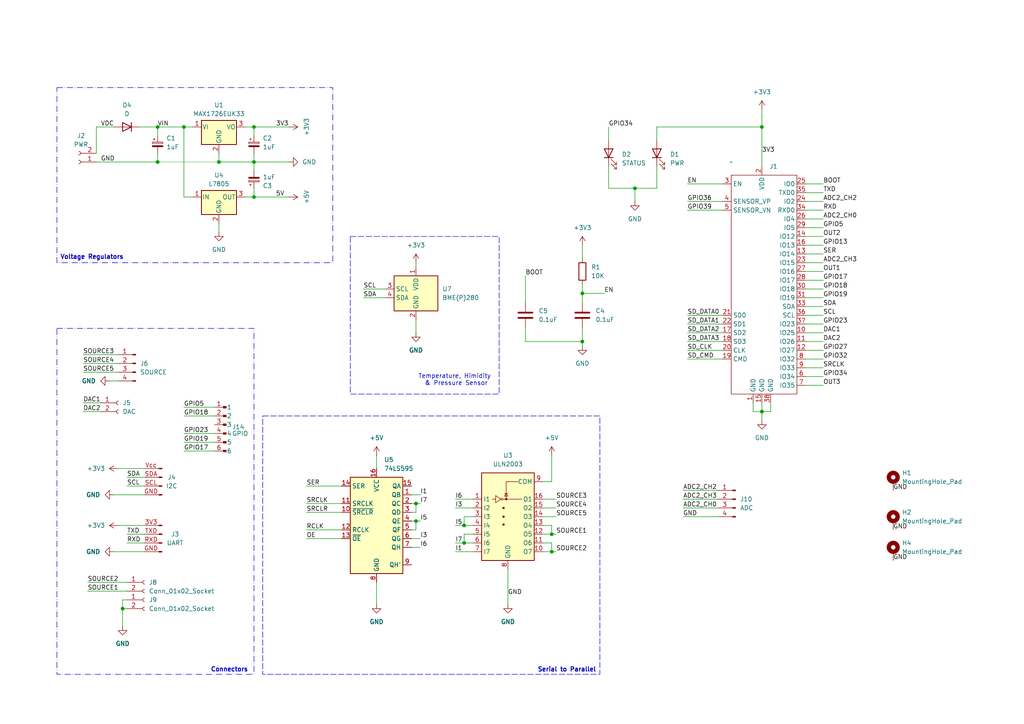
<source format=kicad_sch>
(kicad_sch (version 20231120) (generator "eeschema") (generator_version "8.0")
  (paper "A4")
  (lib_symbols
    (symbol "+5V_1" (power) (pin_numbers hide) (pin_names (offset 0) hide)
      (property "Value" "+5V" (at 0 3.556 0))
      (symbol "+5V_1_1_1"
        (pin power_in line (at 0 0 90) (length 0) (name "~") (number "1"))
      )
    )
    (symbol "+5V_2" (power) (pin_numbers hide) (pin_names (offset 0) hide)
      (property "Value" "+5V" (at 0 3.556 0))
      (symbol "+5V_2_1_1"
        (pin power_in line (at 0 0 90) (length 0) (name "~") (number "1"))
      )
    )
    (symbol "74xx:74LS595"
      (property "Reference" "U" (at -7.62 13.97 0))
      (property "Value" "74LS595" (at -7.62 -16.51 0))
      (symbol "74LS595_1_0"
        (pin tri_state line (at 10.16 7.62 180) (length 2.54) (name "QB") (number "1"))
        (pin input line (at -10.16 2.54 0) (length 2.54) (name "~{SRCLR}") (number "10"))
        (pin input line (at -10.16 5.08 0) (length 2.54) (name "SRCLK") (number "11"))
        (pin input line (at -10.16 -2.54 0) (length 2.54) (name "RCLK") (number "12"))
        (pin input line (at -10.16 -5.08 0) (length 2.54) (name "~{OE}") (number "13"))
        (pin input line (at -10.16 10.16 0) (length 2.54) (name "SER") (number "14"))
        (pin tri_state line (at 10.16 10.16 180) (length 2.54) (name "QA") (number "15"))
        (pin power_in line (at 0 15.24 270) (length 2.54) (name "VCC") (number "16"))
        (pin tri_state line (at 10.16 5.08 180) (length 2.54) (name "QC") (number "2"))
        (pin tri_state line (at 10.16 2.54 180) (length 2.54) (name "QD") (number "3"))
        (pin tri_state line (at 10.16 0 180) (length 2.54) (name "QE") (number "4"))
        (pin tri_state line (at 10.16 -2.54 180) (length 2.54) (name "QF") (number "5"))
        (pin tri_state line (at 10.16 -5.08 180) (length 2.54) (name "QG") (number "6"))
        (pin tri_state line (at 10.16 -7.62 180) (length 2.54) (name "QH") (number "7"))
        (pin power_in line (at 0 -17.78 90) (length 2.54) (name "GND") (number "8"))
        (pin output line (at 10.16 -12.7 180) (length 2.54) (name "QH'") (number "9"))
      )
    )
    (symbol "Alexander Symbol Library:BME(P)280"
      (property "Reference" "U" (at -7.62 10.16 0))
      (property "Value" "BME(P)280" (at 5.08 10.16 0))
      (symbol "BME(P)280_1_1"
        (pin power_in line (at -1.27 10.16 270) (length 2.54) (name "VDD") (number "1"))
        (pin power_out line (at -1.27 -5.08 90) (length 2.54) (name "GND") (number "2"))
        (pin input line (at -10.16 3.81 0) (length 2.54) (name "SCL") (number "3"))
        (pin bidirectional line (at -10.16 1.27 0) (length 2.54) (name "SDA") (number "4"))
      )
    )
    (symbol "Alexander_Library_Symbols:Conn_2x3" (pin_names (offset 1.016))
      (property "Reference" "J" (at 0 0 0))
      (symbol "Conn_2x3_1_1"
        (pin bidirectional line (at -2.54 -2.54 0) (length 2.54) (name "1") (number "1"))
        (pin bidirectional line (at -2.54 -5.08 0) (length 2.54) (name "2") (number "2"))
        (pin bidirectional line (at -2.54 -7.62 0) (length 2.54) (name "3") (number "3"))
        (pin bidirectional line (at -2.54 -10.16 0) (length 2.54) (name "4") (number "4"))
        (pin bidirectional line (at -2.54 -12.7 0) (length 2.54) (name "5") (number "5"))
        (pin bidirectional line (at -2.54 -15.24 0) (length 2.54) (name "6") (number "6"))
      )
    )
    (symbol "Alexander_Library_Symbols:Conn_I2C_01x04" (pin_names (offset 1.016) hide)
      (property "Reference" "J" (at 0 5.08 0))
      (property "Value" "I2C" (at 0 -7.62 0))
      (symbol "Conn_I2C_01x04_1_1"
        (pin power_out line (at 5.08 -5.08 180) (length 3.81) (name "GND") (number "GND"))
        (pin bidirectional line (at 5.08 -2.54 180) (length 3.81) (name "SCL") (number "SCL"))
        (pin bidirectional line (at 5.08 0 180) (length 3.81) (name "SDA") (number "SDA"))
        (pin power_in line (at 5.08 2.54 180) (length 3.81) (name "VCC") (number "Vcc"))
      )
    )
    (symbol "Alexander_Library_Symbols:ESP32-WROOM-32D-SOCKET"
      (property "Reference" "J" (at 0 0 0))
      (symbol "ESP32-WROOM-32D-SOCKET_1_1"
        (pin power_out line (at 6.35 -69.85 90) (length 2.54) (name "GND") (number "1"))
        (pin bidirectional line (at 21.59 -49.53 180) (length 2.54) (name "IO25") (number "10"))
        (pin bidirectional line (at 21.59 -52.07 180) (length 2.54) (name "IO26") (number "11"))
        (pin bidirectional line (at 21.59 -54.61 180) (length 2.54) (name "IO27") (number "12"))
        (pin bidirectional line (at 21.59 -26.67 180) (length 2.54) (name "IO14") (number "13"))
        (pin bidirectional line (at 21.59 -21.59 180) (length 2.54) (name "IO12") (number "14"))
        (pin power_out line (at 8.89 -69.85 90) (length 2.54) (name "GND") (number "15"))
        (pin bidirectional line (at 21.59 -24.13 180) (length 2.54) (name "IO13") (number "16"))
        (pin input line (at -2.54 -49.53 0) (length 2.54) (name "SD2") (number "17"))
        (pin input line (at -2.54 -52.07 0) (length 2.54) (name "SD3") (number "18"))
        (pin input line (at -2.54 -57.15 0) (length 2.54) (name "CMD") (number "19"))
        (pin power_in line (at 8.89 -1.27 270) (length 2.54) (name "VDD") (number "2"))
        (pin input line (at -2.54 -54.61 0) (length 2.54) (name "CLK") (number "20"))
        (pin input line (at -2.54 -44.45 0) (length 2.54) (name "SD0") (number "21"))
        (pin input line (at -2.54 -46.99 0) (length 2.54) (name "SD1") (number "22"))
        (pin bidirectional line (at 21.59 -29.21 180) (length 2.54) (name "IO15") (number "23"))
        (pin bidirectional line (at 21.59 -11.43 180) (length 2.54) (name "IO2") (number "24"))
        (pin bidirectional line (at 21.59 -6.35 180) (length 2.54) (name "IO0") (number "25"))
        (pin bidirectional line (at 21.59 -16.51 180) (length 2.54) (name "IO4") (number "26"))
        (pin bidirectional line (at 21.59 -31.75 180) (length 2.54) (name "IO16") (number "27"))
        (pin bidirectional line (at 21.59 -34.29 180) (length 2.54) (name "IO17") (number "28"))
        (pin bidirectional line (at 21.59 -19.05 180) (length 2.54) (name "IO5") (number "29"))
        (pin input line (at -2.54 -6.35 0) (length 2.54) (name "EN") (number "3"))
        (pin bidirectional line (at 21.59 -36.83 180) (length 2.54) (name "IO18") (number "30"))
        (pin bidirectional line (at 21.59 -39.37 180) (length 2.54) (name "IO19") (number "31"))
        (pin bidirectional line (at 21.59 -41.91 180) (length 2.54) (name "SDA") (number "33"))
        (pin input line (at 21.59 -13.97 180) (length 2.54) (name "RXD0") (number "34"))
        (pin output line (at 21.59 -8.89 180) (length 2.54) (name "TXD0") (number "35"))
        (pin bidirectional line (at 21.59 -44.45 180) (length 2.54) (name "SCL") (number "36"))
        (pin bidirectional line (at 21.59 -46.99 180) (length 2.54) (name "IO23") (number "37"))
        (pin power_out line (at 11.43 -69.85 90) (length 2.54) (name "GND") (number "38"))
        (pin input line (at -2.54 -11.43 0) (length 2.54) (name "SENSOR_VP") (number "4"))
        (pin input line (at -2.54 -13.97 0) (length 2.54) (name "SENSOR_VN") (number "5"))
        (pin bidirectional line (at 21.59 -62.23 180) (length 2.54) (name "IO34") (number "6"))
        (pin bidirectional line (at 21.59 -64.77 180) (length 2.54) (name "IO35") (number "7"))
        (pin bidirectional line (at 21.59 -57.15 180) (length 2.54) (name "IO32") (number "8"))
        (pin bidirectional line (at 21.59 -59.69 180) (length 2.54) (name "IO33") (number "9"))
      )
    )
    (symbol "Conn_UART_1" (pin_names (offset 1.016) hide)
      (property "Reference" "J" (at 1.27 3.81 0))
      (property "Value" "UART" (at 2.54 -10.16 0))
      (symbol "Conn_UART_1_1_1"
        (pin power_in line (at 5.08 0 180) (length 3.81) (name "3V3") (number "3V3"))
        (pin power_out line (at 5.08 -7.62 180) (length 3.81) (name "GND") (number "GND"))
        (pin input line (at 5.08 -5.08 180) (length 3.81) (name "RXD") (number "RXD"))
        (pin output line (at 5.08 -2.54 180) (length 3.81) (name "TXD") (number "TXD"))
      )
    )
    (symbol "Connector:Conn_01x02_Socket" (pin_names (offset 1.016) hide)
      (property "Reference" "J" (at 0 2.54 0))
      (property "Value" "Conn_01x02_Socket" (at 0 -5.08 0))
      (symbol "Conn_01x02_Socket_1_1"
        (pin passive line (at -5.08 0 0) (length 3.81) (name "Pin_1") (number "1"))
        (pin passive line (at -5.08 -2.54 0) (length 3.81) (name "Pin_2") (number "2"))
      )
    )
    (symbol "Connector:Conn_01x04_Pin" (pin_names (offset 1.016) hide)
      (property "Reference" "J" (at 0 5.08 0))
      (property "Value" "I2C" (at 0 -7.62 0))
      (symbol "Conn_01x04_Pin_1_1"
        (pin passive line (at 5.08 2.54 180) (length 3.81) (name "Pin_1") (number "1"))
        (pin passive line (at 5.08 0 180) (length 3.81) (name "Pin_2") (number "2"))
        (pin passive line (at 5.08 -2.54 180) (length 3.81) (name "Pin_3") (number "3"))
        (pin passive line (at 5.08 -5.08 180) (length 3.81) (name "Pin_4") (number "4"))
      )
    )
    (symbol "Connector:Conn_01x06_Socket" (pin_names (offset 1.016) hide)
      (property "Reference" "J" (at 0 7.62 0))
      (property "Value" "Conn_01x06_Socket" (at 0 -10.16 0))
      (symbol "Conn_01x06_Socket_1_1"
        (pin passive line (at -5.08 5.08 0) (length 3.81) (name "Pin_1") (number "1"))
        (pin passive line (at -5.08 2.54 0) (length 3.81) (name "Pin_2") (number "2"))
        (pin passive line (at -5.08 0 0) (length 3.81) (name "Pin_3") (number "3"))
        (pin passive line (at -5.08 -2.54 0) (length 3.81) (name "Pin_4") (number "4"))
        (pin passive line (at -5.08 -5.08 0) (length 3.81) (name "Pin_5") (number "5"))
        (pin passive line (at -5.08 -7.62 0) (length 3.81) (name "Pin_6") (number "6"))
      )
    )
    (symbol "Device:C" (pin_numbers hide) (pin_names (offset 0.254))
      (property "Reference" "C" (at 0.635 2.54 0))
      (property "Value" "C" (at 0.635 -2.54 0))
      (symbol "C_1_1"
        (pin passive line (at 0 3.81 270) (length 2.794) (name "~") (number "1"))
        (pin passive line (at 0 -3.81 90) (length 2.794) (name "~") (number "2"))
      )
    )
    (symbol "Device:C_Polarized_Small" (pin_numbers hide) (pin_names (offset 0.254) hide)
      (property "Reference" "C" (at 0.254 1.778 0))
      (property "Value" "C_Polarized_Small" (at 0.254 -2.032 0))
      (symbol "C_Polarized_Small_1_1"
        (pin passive line (at 0 2.54 270) (length 1.8542) (name "~") (number "1"))
        (pin passive line (at 0 -2.54 90) (length 1.8542) (name "~") (number "2"))
      )
    )
    (symbol "Device:D" (pin_numbers hide) (pin_names (offset 1.016) hide)
      (property "Reference" "D" (at 0 2.54 0))
      (property "Value" "D" (at 0 -2.54 0))
      (symbol "D_1_1"
        (pin passive line (at -3.81 0 0) (length 2.54) (name "K") (number "1"))
        (pin passive line (at 3.81 0 180) (length 2.54) (name "A") (number "2"))
      )
    )
    (symbol "Device:LED" (pin_numbers hide) (pin_names (offset 1.016) hide)
      (property "Reference" "D" (at 0 2.54 0))
      (property "Value" "LED" (at 0 -2.54 0))
      (symbol "LED_1_1"
        (pin passive line (at -3.81 0 0) (length 2.54) (name "K") (number "1"))
        (pin passive line (at 3.81 0 180) (length 2.54) (name "A") (number "2"))
      )
    )
    (symbol "Device:R" (pin_numbers hide) (pin_names (offset 0))
      (property "Reference" "R" (at 2.032 0 90))
      (property "Value" "R" (at 0 0 90))
      (symbol "R_1_1"
        (pin passive line (at 0 3.81 270) (length 1.27) (name "~") (number "1"))
        (pin passive line (at 0 -3.81 90) (length 1.27) (name "~") (number "2"))
      )
    )
    (symbol "GND_1" (power) (pin_numbers hide) (pin_names (offset 0) hide)
      (property "Value" "GND" (at 0 -3.81 0))
      (symbol "GND_1_1_1"
        (pin power_in line (at 0 0 270) (length 0) (name "~") (number "1"))
      )
    )
    (symbol "GND_2" (power) (pin_numbers hide) (pin_names (offset 0) hide)
      (property "Value" "GND" (at 0 -3.81 0))
      (symbol "GND_2_1_1"
        (pin power_in line (at 0 0 270) (length 0) (name "~") (number "1"))
      )
    )
    (symbol "GND_3" (power) (pin_numbers hide) (pin_names (offset 0) hide)
      (property "Value" "GND" (at 0 -3.81 0))
      (symbol "GND_3_1_1"
        (pin power_in line (at 0 0 270) (length 0) (name "~") (number "1"))
      )
    )
    (symbol "GND_4" (power) (pin_numbers hide) (pin_names (offset 0) hide)
      (property "Value" "GND" (at 0 -3.81 0))
      (symbol "GND_4_1_1"
        (pin power_in line (at 0 0 270) (length 0) (name "~") (number "1"))
      )
    )
    (symbol "GND_5" (power) (pin_numbers hide) (pin_names (offset 0) hide)
      (property "Value" "GND" (at 0 -3.81 0))
      (symbol "GND_5_1_1"
        (pin power_in line (at 0 0 270) (length 0) (name "~") (number "1"))
      )
    )
    (symbol "GND_6" (power) (pin_numbers hide) (pin_names (offset 0) hide)
      (property "Value" "GND" (at 0 -3.81 0))
      (symbol "GND_6_1_1"
        (pin power_in line (at 0 0 270) (length 0) (name "~") (number "1"))
      )
    )
    (symbol "Isolator:4N35" (pin_names (offset 1.016))
      (property "Reference" "U" (at -5.08 5.08 0))
      (property "Value" "4N35" (at 0 5.08 0))
      (symbol "4N35_1_1"
        (pin passive line (at -7.62 2.54 0) (length 2.54) (name "~") (number "1"))
        (pin passive line (at -7.62 -2.54 0) (length 2.54) (name "~") (number "2"))
        (pin no_connect line (at -5.08 0 0) (length 2.54) hide (name "NC") (number "3"))
        (pin passive line (at 7.62 -2.54 180) (length 2.54) (name "~") (number "4"))
        (pin passive line (at 7.62 0 180) (length 2.54) (name "~") (number "5"))
        (pin passive line (at 7.62 2.54 180) (length 2.54) (name "~") (number "6"))
      )
    )
    (symbol "Isolator:PC817" (pin_names (offset 1.016))
      (property "Reference" "U" (at -5.08 5.08 0))
      (property "Value" "PC817" (at 0 5.08 0))
      (symbol "PC817_1_1"
        (pin passive line (at -7.62 2.54 0) (length 2.54) (name "~") (number "1"))
        (pin passive line (at -7.62 -2.54 0) (length 2.54) (name "~") (number "2"))
        (pin passive line (at 7.62 -2.54 180) (length 2.54) (name "~") (number "3"))
        (pin passive line (at 7.62 2.54 180) (length 2.54) (name "~") (number "4"))
      )
    )
    (symbol "Mechanical:MountingHole_Pad" (pin_numbers hide) (pin_names (offset 1.016) hide)
      (property "Reference" "H" (at 0 6.35 0))
      (property "Value" "MountingHole_Pad" (at 0 4.445 0))
      (symbol "MountingHole_Pad_1_1"
        (pin input line (at 0 -2.54 90) (length 2.54) (name "1") (number "1"))
      )
    )
    (symbol "Regulator_Linear:L7805" (pin_names (offset 0.254))
      (property "Reference" "U4" (at 0 6.35 0))
      (property "Value" "L7805" (at 0 3.81 0))
      (symbol "L7805_1_1"
        (pin power_in line (at -7.62 0 0) (length 2.54) (name "IN") (number "1"))
        (pin power_in line (at 0 -7.62 90) (length 2.54) (name "GND") (number "2"))
        (pin power_out line (at 7.62 0 180) (length 2.54) (name "OUT") (number "3"))
      )
    )
    (symbol "Regulator_Linear:LM78M05_TO220" (pin_names (offset 0.254))
      (property "Reference" "U" (at -3.81 3.175 0))
      (property "Value" "LM78M05_TO220" (at 0 3.175 0))
      (symbol "LM78M05_TO220_1_1"
        (pin power_in line (at -7.62 0 0) (length 2.54) (name "VI") (number "1"))
        (pin power_in line (at 0 -7.62 90) (length 2.54) (name "GND") (number "2"))
        (pin power_out line (at 7.62 0 180) (length 2.54) (name "VO") (number "3"))
      )
    )
    (symbol "Simulation_SPICE:NPN" (pin_numbers hide) (pin_names (offset 0))
      (property "Reference" "Q" (at -2.54 7.62 0))
      (property "Value" "NPN" (at -2.54 5.08 0))
      (symbol "NPN_1_1"
        (pin open_collector line (at 2.54 5.08 270) (length 2.54) (name "C") (number "1"))
        (pin input line (at -5.08 0 0) (length 2.54) (name "B") (number "2"))
        (pin open_emitter line (at 2.54 -5.08 90) (length 2.54) (name "E") (number "3"))
      )
    )
    (symbol "Switch:SW_Push" (pin_numbers hide) (pin_names (offset 1.016) hide)
      (property "Reference" "SW" (at 1.27 2.54 0))
      (property "Value" "SW_Push" (at 0 -1.524 0))
      (symbol "SW_Push_0_1"
        (pin passive line (at -5.08 0 0) (length 2.54) (name "1") (number "1"))
        (pin passive line (at 5.08 0 180) (length 2.54) (name "2") (number "2"))
      )
    )
    (symbol "Transistor_Array:ULN2003"
      (property "Reference" "U" (at 0 15.875 0))
      (property "Value" "ULN2003" (at 0 13.97 0))
      (symbol "ULN2003_1_1"
        (pin input line (at -10.16 5.08 0) (length 2.54) (name "I1") (number "1"))
        (pin open_collector line (at 10.16 -10.16 180) (length 2.54) (name "O7") (number "10"))
        (pin open_collector line (at 10.16 -7.62 180) (length 2.54) (name "O6") (number "11"))
        (pin open_collector line (at 10.16 -5.08 180) (length 2.54) (name "O5") (number "12"))
        (pin open_collector line (at 10.16 -2.54 180) (length 2.54) (name "O4") (number "13"))
        (pin open_collector line (at 10.16 0 180) (length 2.54) (name "O3") (number "14"))
        (pin open_collector line (at 10.16 2.54 180) (length 2.54) (name "O2") (number "15"))
        (pin open_collector line (at 10.16 5.08 180) (length 2.54) (name "O1") (number "16"))
        (pin input line (at -10.16 2.54 0) (length 2.54) (name "I2") (number "2"))
        (pin input line (at -10.16 0 0) (length 2.54) (name "I3") (number "3"))
        (pin input line (at -10.16 -2.54 0) (length 2.54) (name "I4") (number "4"))
        (pin input line (at -10.16 -5.08 0) (length 2.54) (name "I5") (number "5"))
        (pin input line (at -10.16 -7.62 0) (length 2.54) (name "I6") (number "6"))
        (pin input line (at -10.16 -10.16 0) (length 2.54) (name "I7") (number "7"))
        (pin power_in line (at 0 -15.24 90) (length 2.54) (name "GND") (number "8"))
        (pin passive line (at 10.16 10.16 180) (length 2.54) (name "COM") (number "9"))
      )
    )
    (symbol "power:+3V3" (power) (pin_names (offset 0))
      (property "Value" "+3V3" (at 0 3.556 0))
      (symbol "+3V3_1_1"
        (pin power_in line (at 0 0 90) (length 0) hide (name "+3V3") (number "1"))
      )
    )
    (symbol "power:+5V" (power) (pin_names (offset 0))
      (property "Value" "+5V" (at 0 3.556 0))
      (symbol "+5V_1_1"
        (pin power_in line (at 0 0 90) (length 0) hide (name "+5V") (number "1"))
      )
    )
    (symbol "power:GND" (power) (pin_names (offset 0))
      (property "Value" "GND" (at 0 -3.81 0))
      (symbol "GND_1_1"
        (pin power_in line (at 0 0 270) (length 0) hide (name "GND") (number "1"))
      )
    )
  )
  (junction (at 63.5 46.99))
  (junction (at 160.02 154.94))
  (junction (at 73.66 46.99))
  (junction (at 160.02 160.02))
  (junction (at 134.62 157.48))
  (junction (at 168.91 99.06))
  (junction (at 220.98 36.83))
  (junction (at 45.72 46.99))
  (junction (at 53.34 36.83))
  (junction (at 459.74 85.09))
  (junction (at 73.66 57.15))
  (junction (at 120.65 146.05))
  (junction (at 377.19 151.13))
  (junction (at 220.98 119.38))
  (junction (at 120.65 151.13))
  (junction (at 401.32 163.83))
  (junction (at 168.91 85.09))
  (junction (at 476.25 97.79))
  (junction (at 73.66 36.83))
  (junction (at 45.72 36.83))
  (junction (at 476.25 85.09))
  (junction (at 184.15 54.61))
  (junction (at 134.62 152.4))
  (junction (at 35.56 176.53))
  (no_connect (at 373.38 59.69))
  (wire (pts (xy 459.74 97.79) (xy 457.2 97.79)))
  (wire (pts (xy 120.65 151.13) (xy 120.65 153.67)))
  (wire (pts (xy 233.68 58.42) (xy 238.76 58.42)))
  (wire (pts (xy 63.5 64.77) (xy 63.5 67.31)))
  (wire (pts (xy 53.34 36.83) (xy 55.88 36.83)))
  (wire (pts (xy 119.38 151.13) (xy 120.65 151.13)))
  (wire (pts (xy 199.39 101.6) (xy 209.55 101.6)))
  (wire (pts (xy 35.56 173.99) (xy 35.56 176.53)))
  (wire (pts (xy 36.83 140.97) (xy 41.91 140.97)))
  (wire (pts (xy 157.48 160.02) (xy 160.02 160.02)))
  (wire (pts (xy 45.72 46.99) (xy 63.5 46.99)) (stroke (width 0.0254)))
  (wire (pts (xy 358.14 171.45) (xy 361.95 171.45)))
  (wire (pts (xy 109.22 168.91) (xy 109.22 175.26)))
  (wire (pts (xy 88.9 146.05) (xy 99.06 146.05)))
  (wire (pts (xy 25.4 168.91) (xy 36.83 168.91)))
  (wire (pts (xy 152.4 99.06) (xy 168.91 99.06)))
  (wire (pts (xy 45.72 36.83) (xy 53.34 36.83)))
  (wire (pts (xy 233.68 63.5) (xy 238.76 63.5)))
  (wire (pts (xy 184.15 54.61) (xy 190.5 54.61)))
  (wire (pts (xy 476.25 87.63) (xy 476.25 85.09)))
  (wire (pts (xy 377.19 151.13) (xy 382.27 151.13)))
  (wire (pts (xy 199.39 99.06) (xy 209.55 99.06)))
  (wire (pts (xy 55.88 57.15) (xy 53.34 57.15)))
  (wire (pts (xy 36.83 154.94) (xy 41.91 154.94)))
  (wire (pts (xy 476.25 85.09) (xy 485.14 85.09)))
  (wire (pts (xy 198.12 147.32) (xy 208.28 147.32)))
  (wire (pts (xy 401.32 142.24) (xy 401.32 146.05)))
  (wire (pts (xy 88.9 148.59) (xy 99.06 148.59)))
  (wire (pts (xy 220.98 31.75) (xy 220.98 36.83)))
  (wire (pts (xy 233.68 78.74) (xy 238.76 78.74)))
  (wire (pts (xy 134.62 152.4) (xy 137.16 152.4)))
  (wire (pts (xy 134.62 157.48) (xy 137.16 157.48)))
  (wire (pts (xy 233.68 81.28) (xy 238.76 81.28)))
  (wire (pts (xy 34.29 135.89) (xy 41.91 135.89)))
  (wire (pts (xy 160.02 160.02) (xy 161.29 160.02)))
  (wire (pts (xy 132.08 144.78) (xy 137.16 144.78)))
  (wire (pts (xy 389.89 151.13) (xy 393.7 151.13)))
  (wire (pts (xy 63.5 44.45) (xy 63.5 46.99)))
  (wire (pts (xy 233.68 104.14) (xy 238.76 104.14)))
  (wire (pts (xy 157.48 144.78) (xy 161.29 144.78)))
  (wire (pts (xy 34.29 107.95) (xy 24.13 107.95)))
  (wire (pts (xy 218.44 119.38) (xy 220.98 119.38)))
  (wire (pts (xy 120.65 146.05) (xy 121.92 146.05)))
  (wire (pts (xy 73.66 44.45) (xy 73.66 46.99)))
  (wire (pts (xy 34.29 102.87) (xy 24.13 102.87)))
  (wire (pts (xy 233.68 53.34) (xy 238.76 53.34)))
  (wire (pts (xy 53.34 125.73) (xy 62.23 125.73)))
  (wire (pts (xy 160.02 139.7) (xy 157.48 139.7)))
  (wire (pts (xy 176.53 36.83) (xy 176.53 40.64)))
  (wire (pts (xy 53.34 128.27) (xy 62.23 128.27)))
  (wire (pts (xy 157.48 157.48) (xy 160.02 157.48)))
  (wire (pts (xy 31.75 110.49) (xy 34.29 110.49)))
  (wire (pts (xy 439.42 97.79) (xy 441.96 97.79)))
  (wire (pts (xy 485.14 92.71) (xy 485.14 97.79)))
  (wire (pts (xy 233.68 106.68) (xy 238.76 106.68)))
  (wire (pts (xy 209.55 53.34) (xy 199.39 53.34)))
  (wire (pts (xy 358.14 173.99) (xy 361.95 173.99)))
  (wire (pts (xy 109.22 132.08) (xy 109.22 135.89)))
  (wire (pts (xy 27.94 36.83) (xy 33.02 36.83)))
  (wire (pts (xy 218.44 116.84) (xy 218.44 119.38)))
  (wire (pts (xy 24.13 116.84) (xy 29.21 116.84)))
  (wire (pts (xy 199.39 60.96) (xy 209.55 60.96)))
  (wire (pts (xy 485.14 90.17) (xy 487.68 90.17)))
  (wire (pts (xy 53.34 120.65) (xy 62.23 120.65)))
  (wire (pts (xy 35.56 176.53) (xy 36.83 176.53)))
  (wire (pts (xy 34.29 152.4) (xy 41.91 152.4)))
  (wire (pts (xy 45.72 36.83) (xy 45.72 39.37)))
  (wire (pts (xy 168.91 82.55) (xy 168.91 85.09)))
  (wire (pts (xy 168.91 85.09) (xy 175.26 85.09)))
  (wire (pts (xy 160.02 152.4) (xy 160.02 154.94)))
  (wire (pts (xy 45.72 44.45) (xy 45.72 46.99)))
  (wire (pts (xy 184.15 58.42) (xy 184.15 54.61)))
  (wire (pts (xy 199.39 93.98) (xy 209.55 93.98)))
  (wire (pts (xy 160.02 132.08) (xy 160.02 139.7)))
  (wire (pts (xy 25.4 171.45) (xy 36.83 171.45)))
  (wire (pts (xy 467.36 102.87) (xy 468.63 102.87)))
  (wire (pts (xy 199.39 91.44) (xy 209.55 91.44)))
  (wire (pts (xy 233.68 109.22) (xy 238.76 109.22)))
  (wire (pts (xy 119.38 148.59) (xy 120.65 148.59)))
  (wire (pts (xy 373.38 64.77) (xy 384.81 64.77)))
  (wire (pts (xy 119.38 156.21) (xy 121.92 156.21)))
  (wire (pts (xy 190.5 48.26) (xy 190.5 54.61)))
  (wire (pts (xy 53.34 36.83) (xy 53.34 57.15)))
  (wire (pts (xy 354.33 59.69) (xy 358.14 59.69)))
  (wire (pts (xy 36.83 173.99) (xy 35.56 173.99)))
  (wire (pts (xy 73.66 57.15) (xy 83.82 57.15)))
  (wire (pts (xy 88.9 140.97) (xy 99.06 140.97)))
  (wire (pts (xy 73.66 46.99) (xy 83.82 46.99)))
  (wire (pts (xy 157.48 149.86) (xy 161.29 149.86)))
  (wire (pts (xy 401.32 156.21) (xy 401.32 163.83)))
  (wire (pts (xy 233.68 93.98) (xy 238.76 93.98)))
  (wire (pts (xy 168.91 95.25) (xy 168.91 99.06)))
  (wire (pts (xy 190.5 36.83) (xy 190.5 40.64)))
  (wire (pts (xy 233.68 101.6) (xy 238.76 101.6)))
  (wire (pts (xy 485.14 85.09) (xy 485.14 90.17)))
  (wire (pts (xy 71.12 57.15) (xy 73.66 57.15)))
  (wire (pts (xy 105.41 86.36) (xy 111.76 86.36)))
  (wire (pts (xy 157.48 152.4) (xy 160.02 152.4)))
  (wire (pts (xy 41.91 143.51) (xy 33.02 143.51)))
  (wire (pts (xy 157.48 147.32) (xy 161.29 147.32)))
  (wire (pts (xy 476.25 85.09) (xy 459.74 85.09)))
  (wire (pts (xy 36.83 157.48) (xy 41.91 157.48)))
  (wire (pts (xy 457.2 102.87) (xy 459.74 102.87)))
  (wire (pts (xy 176.53 54.61) (xy 184.15 54.61)))
  (wire (pts (xy 73.66 46.99) (xy 73.66 49.53)))
  (wire (pts (xy 233.68 55.88) (xy 238.76 55.88)))
  (wire (pts (xy 71.12 36.83) (xy 73.66 36.83)))
  (wire (pts (xy 233.68 99.06) (xy 238.76 99.06)))
  (wire (pts (xy 168.91 85.09) (xy 168.91 87.63)))
  (wire (pts (xy 176.53 48.26) (xy 176.53 54.61)))
  (wire (pts (xy 358.14 166.37) (xy 361.95 166.37)))
  (wire (pts (xy 63.5 46.99) (xy 73.66 46.99)))
  (wire (pts (xy 401.32 163.83) (xy 401.32 172.72)))
  (wire (pts (xy 358.14 168.91) (xy 361.95 168.91)))
  (wire (pts (xy 373.38 62.23) (xy 384.81 62.23)))
  (wire (pts (xy 233.68 86.36) (xy 238.76 86.36)))
  (wire (pts (xy 199.39 104.14) (xy 209.55 104.14)))
  (wire (pts (xy 73.66 39.37) (xy 73.66 36.83)))
  (wire (pts (xy 105.41 83.82) (xy 111.76 83.82)))
  (wire (pts (xy 233.68 60.96) (xy 238.76 60.96)))
  (wire (pts (xy 132.08 157.48) (xy 134.62 157.48)))
  (wire (pts (xy 233.68 71.12) (xy 238.76 71.12)))
  (wire (pts (xy 233.68 88.9) (xy 238.76 88.9)))
  (wire (pts (xy 27.94 46.99) (xy 45.72 46.99)))
  (wire (pts (xy 401.32 163.83) (xy 393.7 163.83)))
  (wire (pts (xy 198.12 144.78) (xy 208.28 144.78)))
  (wire (pts (xy 132.08 160.02) (xy 137.16 160.02)))
  (wire (pts (xy 377.19 142.24) (xy 377.19 151.13)))
  (wire (pts (xy 199.39 58.42) (xy 209.55 58.42)))
  (wire (pts (xy 476.25 107.95) (xy 476.25 111.76)))
  (wire (pts (xy 119.38 143.51) (xy 121.92 143.51)))
  (wire (pts (xy 41.91 160.02) (xy 33.02 160.02)))
  (wire (pts (xy 233.68 76.2) (xy 238.76 76.2)))
  (wire (pts (xy 487.68 92.71) (xy 485.14 92.71)))
  (wire (pts (xy 339.09 59.69) (xy 346.71 59.69)))
  (wire (pts (xy 120.65 76.2) (xy 120.65 77.47)))
  (wire (pts (xy 53.34 130.81) (xy 62.23 130.81)))
  (wire (pts (xy 220.98 119.38) (xy 220.98 121.92)))
  (wire (pts (xy 233.68 68.58) (xy 238.76 68.58)))
  (wire (pts (xy 233.68 96.52) (xy 238.76 96.52)))
  (wire (pts (xy 233.68 111.76) (xy 238.76 111.76)))
  (wire (pts (xy 459.74 85.09) (xy 459.74 97.79)))
  (wire (pts (xy 73.66 54.61) (xy 73.66 57.15)))
  (wire (pts (xy 132.08 147.32) (xy 137.16 147.32)))
  (wire (pts (xy 88.9 153.67) (xy 99.06 153.67)))
  (wire (pts (xy 220.98 36.83) (xy 220.98 48.26)))
  (wire (pts (xy 152.4 80.01) (xy 152.4 87.63)))
  (wire (pts (xy 384.81 163.83) (xy 386.08 163.83)))
  (wire (pts (xy 355.6 69.85) (xy 355.6 64.77)))
  (wire (pts (xy 160.02 157.48) (xy 160.02 160.02)))
  (wire (pts (xy 436.88 102.87) (xy 441.96 102.87)))
  (wire (pts (xy 233.68 73.66) (xy 238.76 73.66)))
  (wire (pts (xy 24.13 119.38) (xy 29.21 119.38)))
  (wire (pts (xy 35.56 176.53) (xy 35.56 181.61)))
  (wire (pts (xy 223.52 119.38) (xy 220.98 119.38)))
  (wire (pts (xy 377.19 168.91) (xy 377.19 172.72)))
  (wire (pts (xy 160.02 154.94) (xy 161.29 154.94)))
  (wire (pts (xy 421.64 97.79) (xy 431.8 97.79)))
  (wire (pts (xy 233.68 66.04) (xy 238.76 66.04)))
  (wire (pts (xy 119.38 146.05) (xy 120.65 146.05)))
  (wire (pts (xy 358.14 163.83) (xy 361.95 163.83)))
  (wire (pts (xy 223.52 116.84) (xy 223.52 119.38)))
  (wire (pts (xy 208.28 142.24) (xy 198.12 142.24)))
  (wire (pts (xy 233.68 83.82) (xy 238.76 83.82)))
  (wire (pts (xy 137.16 154.94) (xy 134.62 154.94)))
  (wire (pts (xy 137.16 149.86) (xy 134.62 149.86)))
  (wire (pts (xy 168.91 71.12) (xy 168.91 74.93)))
  (wire (pts (xy 476.25 95.25) (xy 476.25 97.79)))
  (wire (pts (xy 132.08 152.4) (xy 134.62 152.4)))
  (wire (pts (xy 53.34 118.11) (xy 62.23 118.11)))
  (wire (pts (xy 36.83 138.43) (xy 41.91 138.43)))
  (wire (pts (xy 233.68 91.44) (xy 238.76 91.44)))
  (wire (pts (xy 27.94 36.83) (xy 27.94 44.45)))
  (wire (pts (xy 358.14 161.29) (xy 361.95 161.29)))
  (wire (pts (xy 168.91 99.06) (xy 168.91 100.33)))
  (wire (pts (xy 198.12 149.86) (xy 208.28 149.86)))
  (wire (pts (xy 199.39 96.52) (xy 209.55 96.52)))
  (wire (pts (xy 377.19 151.13) (xy 377.19 158.75)))
  (wire (pts (xy 134.62 149.86) (xy 134.62 152.4)))
  (wire (pts (xy 119.38 153.67) (xy 120.65 153.67)))
  (wire (pts (xy 119.38 158.75) (xy 121.92 158.75)))
  (wire (pts (xy 120.65 92.71) (xy 120.65 96.52)))
  (wire (pts (xy 152.4 95.25) (xy 152.4 99.06)))
  (wire (pts (xy 459.74 82.55) (xy 459.74 85.09)))
  (wire (pts (xy 157.48 154.94) (xy 160.02 154.94)))
  (wire (pts (xy 147.32 165.1) (xy 147.32 175.26)))
  (wire (pts (xy 73.66 36.83) (xy 83.82 36.83)))
  (wire (pts (xy 34.29 105.41) (xy 24.13 105.41)))
  (wire (pts (xy 355.6 64.77) (xy 358.14 64.77)))
  (wire (pts (xy 190.5 36.83) (xy 220.98 36.83)))
  (wire (pts (xy 485.14 97.79) (xy 476.25 97.79)))
  (wire (pts (xy 120.65 151.13) (xy 121.92 151.13)))
  (wire (pts (xy 436.88 111.76) (xy 436.88 102.87)))
  (wire (pts (xy 134.62 154.94) (xy 134.62 157.48)))
  (wire (pts (xy 220.98 116.84) (xy 220.98 119.38)))
  (wire (pts (xy 120.65 148.59) (xy 120.65 146.05)))
  (wire (pts (xy 40.64 36.83) (xy 45.72 36.83)))
  (wire (pts (xy 88.9 156.21) (xy 99.06 156.21)))
  (rectangle (start 328.93 137.16) (end 412.75 186.69) (stroke (width 0) (type dash_dot)))
  (rectangle (start 76.2 120.65) (end 173.99 195.58) (stroke (width 0) (type dash)))
  (rectangle (start 16.51 95.25) (end 73.66 195.58) (stroke (width 0) (type dash_dot)))
  (rectangle (start 101.6 68.58) (end 144.78 114.3) (stroke (width 0) (type dash)))
  (rectangle (start 16.51 25.4) (end 96.52 76.2) (stroke (width 0) (type dash_dot)))
  (text "Voltage Regulators" (at 26.67 73.914 0) (effects (font (size 1.27 1.27) (thickness 0.254) (bold yes)) (justify top)))
  (text "UART Programmer" (at 401.828 184.912 0) (effects (font (size 1.27 1.27))))
  (text "Connectors\n" (at 66.548 194.31 0) (effects (font (size 1.27 1.27) (thickness 0.254) (bold yes))))
  (text "Serial to Parallel" (at 172.974 195.072 0) (effects (font (size 1.27 1.27) (bold yes)) (justify right bottom)))
  (text "Temperature, Himidity \n& Pressure Sensor" (at 132.334 110.236 0) (effects (font (size 1.27 1.27))))
  (label "SER" (at 238.76 73.66 0))
  (label "SOURCE5" (at 161.29 149.86 0))
  (label "GND" (at 259.08 142.24 0))
  (label "SOURCE3" (at 24.13 102.87 0))
  (label "SOURCE4" (at 24.13 105.41 0))
  (label "SD_DATA1" (at 199.39 93.98 0))
  (label "SOURCE1" (at 25.4 171.45 0))
  (label "I7" (at 121.92 146.05 0))
  (label "TXD" (at 361.95 166.37 0))
  (label "GPIO27" (at 238.76 101.6 0))
  (label "GPIO5" (at 238.76 66.04 0))
  (label "SOURCE5" (at 24.13 107.95 0))
  (label "RTS" (at 401.32 172.72 0))
  (label "ADC2_CH2" (at 238.76 58.42 0))
  (label "OUT1" (at 238.76 78.74 0))
  (label "I3" (at 121.92 156.21 0))
  (label "OUT2" (at 238.76 68.58 0))
  (label "3V3" (at 361.95 161.29 0))
  (label "SD_DATA0" (at 199.39 91.44 0))
  (label "EN" (at 401.32 142.24 0))
  (label "GPIO23" (at 238.76 93.98 0))
  (label "VDC" (at 29.21 36.83 0))
  (label "GPIO13" (at 238.76 71.12 0))
  (label "SCL" (at 105.41 83.82 0))
  (label "SRCLK" (at 88.9 146.05 0))
  (label "SD_CLK" (at 199.39 101.6 0))
  (label "DAC2" (at 24.13 119.38 0))
  (label "TXD" (at 238.76 55.88 0))
  (label "I1" (at 132.08 160.02 0))
  (label "BOOT" (at 152.4 80.01 0))
  (label "ADC2_CH2" (at 198.12 142.24 0))
  (label "SDA" (at 238.76 88.9 0))
  (label "SD_CMD" (at 199.39 104.14 0))
  (label "ADC2_CH0" (at 198.12 147.32 0))
  (label "SD_DATA3" (at 199.39 99.06 0))
  (label "RCLK" (at 88.9 153.67 0))
  (label "I5" (at 121.92 151.13 0))
  (label "GPIO17" (at 238.76 81.28 0))
  (label "GPIO23" (at 53.34 125.73 0))
  (label "GPIO5" (at 53.34 118.11 0))
  (label "DTR" (at 377.19 142.24 0))
  (label "GPIO13" (at 421.64 97.79 0))
  (label "SD_DATA2" (at 199.39 96.52 0))
  (label "GPIO34" (at 238.76 109.22 0))
  (label "GND" (at 198.12 149.86 0))
  (label "EN" (at 175.26 85.09 0))
  (label "RTS" (at 361.95 171.45 0))
  (label "SCL" (at 238.76 91.44 0))
  (label "GPIO18" (at 238.76 83.82 0))
  (label "GPIO34" (at 176.53 36.83 0))
  (label "V1-" (at 374.65 64.77 0))
  (label "BOOT" (at 377.19 172.72 0))
  (label "RXD" (at 36.83 157.48 0))
  (label "GPIO27" (at 339.09 59.69 0))
  (label "SCL" (at 36.83 140.97 0))
  (label "GND" (at 361.95 163.83 0))
  (label "SRCLK" (at 238.76 106.68 0))
  (label "I6" (at 132.08 144.78 0))
  (label "3V3" (at 220.98 44.45 0))
  (label "ADC2_CH3" (at 238.76 76.2 0))
  (label "OUT3" (at 238.76 111.76 0))
  (label "GPIO39" (at 199.39 60.96 0))
  (label "I5" (at 132.08 152.4 0))
  (label "SOURCE1" (at 161.29 154.94 0))
  (label "GND" (at 259.08 153.67 0))
  (label "GPIO17" (at 53.34 130.81 0))
  (label "GPIO18" (at 53.34 120.65 0))
  (label "SOURCE2" (at 161.29 160.02 0))
  (label "BOOT" (at 238.76 53.34 0))
  (label "RXD" (at 361.95 168.91 0))
  (label "SOURCE3" (at 161.29 144.78 0))
  (label "DTR" (at 361.95 173.99 0))
  (label "ADC2_CH0" (at 238.76 63.5 0))
  (label "5V" (at 80.01 57.15 0))
  (label "ADC2_CH3" (at 198.12 144.78 0))
  (label "GND" (at 259.08 162.56 0))
  (label "VIN" (at 45.72 36.83 0))
  (label "GPIO32" (at 238.76 104.14 0))
  (label "DAC2" (at 238.76 99.06 0))
  (label "SDA" (at 105.41 86.36 0))
  (label "DAC1" (at 238.76 96.52 0))
  (label "3V3" (at 80.01 36.83 0))
  (label "OE" (at 88.9 156.21 0))
  (label "SDA" (at 36.83 138.43 0))
  (label "SRCLR" (at 88.9 148.59 0))
  (label "GPIO19" (at 53.34 128.27 0))
  (label "GPIO36" (at 199.39 58.42 0))
  (label "GPIO19" (at 238.76 86.36 0))
  (label "I3" (at 132.08 147.32 0))
  (label "GND" (at 29.21 46.99 0))
  (label "I1" (at 121.92 143.51 0))
  (label "V1+" (at 374.65 62.23 0))
  (label "DAC1" (at 24.13 116.84 0))
  (label "EN" (at 199.39 53.34 0))
  (label "I6" (at 121.92 158.75 0))
  (label "SER" (at 88.9 140.97 0))
  (label "GND" (at 147.32 172.72 0))
  (label "SOURCE4" (at 161.29 147.32 0))
  (label "I7" (at 132.08 157.48 0))
  (label "TXD" (at 36.83 154.94 0))
  (label "SOURCE2" (at 25.4 168.91 0))
  (label "RXD" (at 238.76 60.96 0))
  (symbol (lib_id "Connector:Conn_01x02_Socket") (at 34.29 116.84 0) (unit 1)
    (property "Reference" "J5" (at 35.56 116.8399 0) (effects (justify left)))
    (property "Value" "DAC" (at 35.56 119.3799 0) (effects (justify left)))
    (property "Footprint" "Connector_PinSocket_2.54mm:PinSocket_1x02_P2.54mm_Vertical" (effects (hide yes)))
  )
  (symbol (lib_id "power:GND") (at 83.82 46.99 90) (unit 1)
    (property "Reference" "#PWR03" (effects (hide yes)))
    (property "Value" "GND" (at 87.63 46.9899 90) (effects (justify right)))
  )
  (symbol (lib_id "Device:R") (at 389.89 163.83 270) (unit 1) (on_board no)
    (property "Reference" "R3" (at 389.89 157.48 90))
    (property "Value" "10K" (at 389.89 160.02 90))
    (property "Footprint" "Resistor_SMD:R_1210_3225Metric_Pad1.30x2.65mm_HandSolder" (effects (hide yes)))
    (property "Description" "Resistor" (effects (hide yes)))
  )
  (symbol (lib_id "Connector:Conn_01x04_Pin") (at 213.36 144.78 0) (mirror y) (unit 1)
    (property "Reference" "J10" (at 214.63 144.7799 0) (effects (justify right)))
    (property "Value" "ADC" (at 214.63 147.3199 0) (effects (justify right)))
    (property "Footprint" "Connector_PinSocket_2.54mm:PinSocket_1x04_P2.54mm_Vertical" (effects (hide yes)))
  )
  (symbol (lib_id "power:+3V3") (at 120.65 76.2 0) (unit 1)
    (property "Reference" "#PWR022" (effects (hide yes)))
    (property "Value" "+3V3" (at 120.65 71.12 0))
  )
  (symbol (lib_id "power:GND") (at 31.75 110.49 270) (unit 1)
    (property "Reference" "#PWR023" (effects (hide yes)))
    (property "Value" "GND" (at 27.94 110.49 90) (effects (font (bold yes)) (justify right)))
  )
  (symbol (lib_id "power:+3V3") (at 34.29 152.4 90) (unit 1)
    (property "Reference" "#PWR06" (effects (hide yes)))
    (property "Value" "+3V3" (at 30.48 152.3999 90) (effects (justify left)))
  )
  (symbol (lib_id "Alexander Symbol Library:BME(P)280") (at 121.92 87.63 0) (unit 1)
    (property "Reference" "U7" (at 128.27 83.8199 0) (effects (justify left)))
    (property "Value" "BME(P)280" (at 128.27 86.3599 0) (effects (justify left)))
    (property "Footprint" "Alexander Footprint Library:BME280_BMP280_I2C" (effects (hide yes)))
    (property "Description" "Absolute Barometric Pressure Sensor" (effects (hide yes)))
  )
  (symbol (lib_id "Device:LED") (at 176.53 44.45 90) (unit 1)
    (property "Reference" "D2" (at 180.34 44.7674 90) (effects (justify right)))
    (property "Value" "STATUS" (at 180.34 47.3074 90) (effects (justify right)))
    (property "Footprint" "LED_SMD:LED_1210_3225Metric_Pad1.42x2.65mm_HandSolder" (effects (hide yes)))
    (property "Description" "Light emitting diode" (effects (hide yes)))
  )
  (symbol (lib_id "power:+3V3") (at 34.29 135.89 90) (unit 1)
    (property "Reference" "#PWR08" (effects (hide yes)))
    (property "Value" "+3V3" (at 30.48 135.89 90) (effects (justify left)))
  )
  (symbol (lib_id "power:+5V") (at 160.02 132.08 0) (unit 1)
    (property "Reference" "#PWR012" (effects (hide yes)))
    (property "Value" "+5V" (at 160.02 127 0))
  )
  (symbol (lib_id "Transistor_Array:ULN2003") (at 147.32 149.86 0) (unit 1)
    (property "Reference" "U3" (at 147.32 132.08 0))
    (property "Value" "ULN2003" (at 147.32 134.62 0))
    (property "Footprint" "Package_DIP:DIP-16_W7.62mm" (effects (hide yes)))
    (property "Datasheet" "http://www.ti.com/lit/ds/symlink/uln2003a.pdf" (effects (hide yes)))
  )
  (symbol (lib_id "Device:D") (at 476.25 91.44 270) (unit 1) (on_board no)
    (property "Reference" "D3" (at 478.79 90.1699 90) (effects (justify left)))
    (property "Value" "1N4007" (at 478.79 92.7099 90) (effects (justify left)))
    (property "Description" "Diode" (effects (hide yes)))
    (property "Sim.Device" "D" (effects (hide yes)))
    (property "Sim.Pins" "1=K 2=A" (effects (hide yes)))
  )
  (symbol (lib_id "Device:R") (at 386.08 151.13 270) (unit 1) (on_board no)
    (property "Reference" "R4" (at 386.08 144.78 90))
    (property "Value" "10K" (at 386.08 147.32 90))
    (property "Footprint" "Resistor_SMD:R_1210_3225Metric_Pad1.30x2.65mm_HandSolder" (effects (hide yes)))
    (property "Description" "Resistor" (effects (hide yes)))
  )
  (symbol (lib_name "Conn_UART_1") (lib_id "Alexander_Library_Symbols:Conn_UART") (at 46.99 152.4 0) (mirror y) (unit 1)
    (property "Reference" "J3" (at 50.8 154.94 0))
    (property "Value" "UART" (at 50.8 157.48 0))
    (property "Footprint" "Alexander Footprints Library:Conn_UART" (effects (hide yes)))
  )
  (symbol (lib_id "Device:C_Polarized_Small") (at 73.66 52.07 0) (mirror x) (unit 1)
    (property "Reference" "C3" (at 76.2 53.8861 0) (effects (justify left)))
    (property "Value" "1uF" (at 76.2 51.3461 0) (effects (justify left)))
    (property "Footprint" "Capacitor_THT:CP_Radial_D4.0mm_P2.00mm" (effects (hide yes)))
  )
  (symbol (lib_id "Device:C_Polarized_Small") (at 45.72 41.91 0) (unit 1)
    (property "Reference" "C1" (at 48.26 40.0939 0) (effects (justify left)))
    (property "Value" "1uF" (at 48.26 42.6339 0) (effects (justify left)))
    (property "Footprint" "Capacitor_THT:CP_Radial_D4.0mm_P2.00mm" (effects (hide yes)))
  )
  (symbol (lib_id "Device:R") (at 350.52 59.69 90) (unit 1) (on_board no)
    (property "Reference" "R2" (at 350.52 53.34 90))
    (property "Value" "1K" (at 350.52 55.88 90))
    (property "Footprint" "Resistor_SMD:R_1210_3225Metric_Pad1.30x2.65mm_HandSolder" (effects (hide yes)))
  )
  (symbol (lib_name "GND_6") (lib_id "power:GND") (at 436.88 111.76 0) (unit 1)
    (property "Reference" "#PWR020" (effects (hide yes)))
    (property "Value" "GND" (at 436.88 116.84 0))
    (property "Description" "Power symbol creates a global label with name \"GND\" , ground" (effects (hide yes)))
  )
  (symbol (lib_name "GND_5") (lib_id "power:GND") (at 476.25 111.76 0) (unit 1)
    (property "Reference" "#PWR019" (effects (hide yes)))
    (property "Value" "GND" (at 476.25 116.84 0))
    (property "Description" "Power symbol creates a global label with name \"GND\" , ground" (effects (hide yes)))
  )
  (symbol (lib_id "power:GND") (at 33.02 143.51 270) (unit 1)
    (property "Reference" "#PWR09" (effects (hide yes)))
    (property "Value" "GND" (at 29.21 143.51 90) (effects (font (bold yes)) (justify right)))
  )
  (symbol (lib_name "GND_4") (lib_id "power:GND") (at 109.22 175.26 0) (unit 1)
    (property "Reference" "#PWR016" (effects (hide yes)))
    (property "Value" "GND" (at 109.22 180.34 0) (effects (font (bold yes))))
    (property "Description" "Power symbol creates a global label with name \"GND\" , ground" (effects (hide yes)))
  )
  (symbol (lib_id "power:GND") (at 33.02 160.02 270) (unit 1)
    (property "Reference" "#PWR07" (effects (hide yes)))
    (property "Value" "GND" (at 29.21 160.02 90) (effects (font (bold yes)) (justify right)))
  )
  (symbol (lib_id "74xx:74LS595") (at 109.22 151.13 0) (unit 1)
    (property "Reference" "U5" (at 111.4141 133.35 0) (effects (justify left)))
    (property "Value" "74LS595" (at 111.4141 135.89 0) (effects (justify left)))
    (property "Footprint" "Package_DIP:DIP-16_W7.62mm" (effects (hide yes)))
    (property "Datasheet" "http://www.ti.com/lit/gpn/sn74ls595" (effects (hide yes)))
    (property "Description" "8-bit serial in/out Shift Register 3-State Outputs" (effects (hide yes)))
  )
  (symbol (lib_id "Connector:Conn_01x02_Socket") (at 389.89 62.23 0) (unit 1) (on_board no)
    (property "Reference" "J12" (at 391.16 62.2299 0) (effects (justify left)))
    (property "Value" "Conn_01x02_Socket" (at 391.16 64.7699 0) (effects (justify left)))
    (property "Footprint" "Connector_PinSocket_2.54mm:PinSocket_1x02_P2.54mm_Vertical" (effects (hide yes)))
    (property "Description" "Generic connector, single row, 01x02, script generated" (effects (hide yes)))
  )
  (symbol (lib_id "Mechanical:MountingHole_Pad") (at 259.08 151.13 0) (unit 1)
    (property "Reference" "H2" (at 261.62 148.59 0) (effects (justify left)))
    (property "Value" "MountingHole_Pad" (at 261.62 151.13 0) (effects (justify left)))
    (property "Footprint" "MountingHole:MountingHole_3mm" (effects (hide yes)))
  )
  (symbol (lib_id "power:GND") (at 147.32 175.26 0) (unit 1)
    (property "Reference" "#PWR010" (effects (hide yes)))
    (property "Value" "GND" (at 147.32 180.34 0) (effects (font (bold yes))))
  )
  (symbol (lib_name "GND_3") (lib_id "power:GND") (at 184.15 58.42 0) (unit 1)
    (property "Reference" "#PWR015" (effects (hide yes)))
    (property "Value" "GND" (at 184.15 63.5 0))
    (property "Description" "Power symbol creates a global label with name \"GND\" , ground" (effects (hide yes)))
  )
  (symbol (lib_id "Connector:Conn_01x02_Socket") (at 41.91 173.99 0) (unit 1)
    (property "Reference" "J9" (at 43.18 173.99 0) (effects (justify left)))
    (property "Value" "Conn_01x02_Socket" (at 43.18 176.53 0) (effects (justify left)))
    (property "Footprint" "Alexander Footprints Library:Conn_Terminal_5mm" (effects (hide yes)))
  )
  (symbol (lib_id "Connector:Conn_01x04_Pin") (at 39.37 105.41 0) (mirror y) (unit 1)
    (property "Reference" "J6" (at 40.64 105.4099 0) (effects (justify right)))
    (property "Value" "SOURCE" (at 40.64 107.9499 0) (effects (justify right)))
    (property "Footprint" "Connector_PinSocket_2.54mm:PinSocket_1x04_P2.54mm_Vertical" (effects (hide yes)))
  )
  (symbol (lib_id "power:+3V3") (at 168.91 71.12 0) (unit 1)
    (property "Reference" "#PWR024" (effects (hide yes)))
    (property "Value" "+3V3" (at 168.91 66.04 0))
  )
  (symbol (lib_name "GND_3") (lib_id "power:GND") (at 168.91 100.33 0) (unit 1)
    (property "Reference" "#PWR025" (effects (hide yes)))
    (property "Value" "GND" (at 168.91 105.41 0))
    (property "Description" "Power symbol creates a global label with name \"GND\" , ground" (effects (hide yes)))
  )
  (symbol (lib_id "Device:C") (at 168.91 91.44 0) (unit 1)
    (property "Reference" "C4" (at 172.72 90.1699 0) (effects (justify left)))
    (property "Value" "0.1uF" (at 172.72 92.7099 0) (effects (justify left)))
    (property "Footprint" "Capacitor_SMD:CP_Elec_3x5.3" (effects (hide yes)))
    (property "Description" "Unpolarized capacitor" (effects (hide yes)))
  )
  (symbol (lib_name "GND_1") (lib_id "power:GND") (at 35.56 181.61 0) (unit 1)
    (property "Reference" "#PWR014" (effects (hide yes)))
    (property "Value" "GND" (at 35.56 186.69 0) (effects (font (bold yes))))
    (property "Description" "Power symbol creates a global label with name \"GND\" , ground" (effects (hide yes)))
  )
  (symbol (lib_id "Device:D") (at 36.83 36.83 180) (unit 1)
    (property "Reference" "D4" (at 36.83 30.48 0))
    (property "Value" "D" (at 36.83 33.02 0))
    (property "Footprint" "Diode_SMD:D_1210_3225Metric" (effects (hide yes)))
    (property "Description" "Diode" (effects (hide yes)))
    (property "Sim.Device" "D" (effects (hide yes)))
    (property "Sim.Pins" "1=K 2=A" (effects (hide yes)))
  )
  (symbol (lib_id "Connector:Conn_01x02_Socket") (at 41.91 168.91 0) (unit 1)
    (property "Reference" "J8" (at 43.18 168.91 0) (effects (justify left)))
    (property "Value" "Conn_01x02_Socket" (at 43.18 171.45 0) (effects (justify left)))
    (property "Footprint" "Alexander Footprints Library:Conn_Terminal_5mm" (effects (hide yes)))
  )
  (symbol (lib_id "Connector:Conn_01x02_Socket") (at 22.86 46.99 180) (unit 1)
    (property "Reference" "J2" (at 23.495 39.37 0))
    (property "Value" "PWR" (at 23.495 41.91 0))
    (property "Footprint" "Connector_PinSocket_2.54mm:PinSocket_1x02_P2.54mm_Vertical" (effects (hide yes)))
  )
  (symbol (lib_id "Regulator_Linear:L7805") (at 63.5 57.15 0) (unit 1)
    (property "Reference" "U4" (at 63.5 50.8 0))
    (property "Value" "L7805" (at 63.5 53.34 0))
    (property "Footprint" "Alexander Footprints Library:LD1117" (effects (hide yes)))
    (property "Datasheet" "datasheets/Voltage-Regulator_L7805.pdf" (effects (hide yes)))
    (property "Description" "Voltage Regulator 1.5A Positive" (effects (hide yes)))
  )
  (symbol (lib_id "Device:LED") (at 190.5 44.45 90) (unit 1)
    (property "Reference" "D1" (at 194.31 44.7674 90) (effects (justify right)))
    (property "Value" "PWR" (at 194.31 47.3074 90) (effects (justify right)))
    (property "Footprint" "LED_SMD:LED_1210_3225Metric_Pad1.42x2.65mm_HandSolder" (effects (hide yes)))
    (property "Description" "Light emitting diode" (effects (hide yes)))
  )
  (symbol (lib_id "Simulation_SPICE:NPN") (at 398.78 151.13 0) (unit 1) (on_board no)
    (property "Reference" "Q1" (at 403.86 149.8599 0) (effects (justify left)))
    (property "Value" "NPN" (at 403.86 152.3999 0) (effects (justify left)))
    (property "Footprint" "Package_TO_SOT_THT:TO-92_Inline_W4.0mm_Horizontal_FlatSideDown" (effects (hide yes)))
    (property "Datasheet" "https://ngspice.sourceforge.io/docs/ngspice-html-manual/manual.xhtml#cha_BJTs" (effects (hide yes)))
    (property "Description" "Bipolar transistor symbol for simulation only, substrate tied to the emitter" (effects (hide yes)))
    (property "Sim.Device" "NPN" (effects (hide yes)))
    (property "Sim.Type" "GUMMELPOON" (effects (hide yes)))
    (property "Sim.Pins" "1=C 2=B 3=E" (effects (hide yes)))
  )
  (symbol (lib_name "+5V_2") (lib_id "power:+5V") (at 459.74 82.55 0) (unit 1)
    (property "Reference" "#PWR018" (effects (hide yes)))
    (property "Value" "+5V" (at 459.74 77.47 0))
    (property "Description" "Power symbol creates a global label with name \"+5V\"" (effects (hide yes)))
  )
  (symbol (lib_id "Device:R") (at 435.61 97.79 270) (unit 1) (on_board no)
    (property "Reference" "R5" (at 435.61 91.44 90))
    (property "Value" "470" (at 435.61 93.98 90))
    (property "Footprint" "Resistor_SMD:R_1206_3216Metric_Pad1.30x1.75mm_HandSolder" (effects (hide yes)))
    (property "Description" "Resistor" (effects (hide yes)))
  )
  (symbol (lib_id "power:GND") (at 63.5 67.31 0) (unit 1)
    (property "Reference" "#PWR013" (effects (hide yes)))
    (property "Value" "GND" (at 63.5 72.39 0))
  )
  (symbol (lib_id "Device:C_Polarized_Small") (at 73.66 41.91 0) (unit 1)
    (property "Reference" "C2" (at 76.2 40.0939 0) (effects (justify left)))
    (property "Value" "1uF" (at 76.2 42.6339 0) (effects (justify left)))
    (property "Footprint" "Capacitor_THT:CP_Radial_D4.0mm_P2.00mm" (effects (hide yes)))
  )
  (symbol (lib_id "Connector:Conn_01x02_Socket") (at 492.76 90.17 0) (unit 1) (on_board no)
    (property "Reference" "J11" (at 494.03 90.1699 0) (effects (justify left)))
    (property "Value" "Conn_01x02_Socket" (at 494.03 92.7099 0) (effects (justify left)))
    (property "Footprint" "Connector_PinSocket_2.54mm:PinSocket_1x02_P2.54mm_Vertical" (effects (hide yes)))
    (property "Description" "Generic connector, single row, 01x02, script generated" (effects (hide yes)))
  )
  (symbol (lib_id "Switch:SW_Push") (at 398.78 52.07 0) (unit 1)
    (property "Reference" "SW1" (at 398.78 44.45 0))
    (property "Value" "SW_Push" (at 398.78 46.99 0))
    (property "Description" "Push button switch, generic, two pins" (effects (hide yes)))
  )
  (symbol (lib_id "power:+3V3") (at 220.98 31.75 0) (unit 1)
    (property "Reference" "#PWR02" (effects (hide yes)))
    (property "Value" "+3V3" (at 220.98 26.67 0))
  )
  (symbol (lib_id "Simulation_SPICE:NPN") (at 379.73 163.83 180) (unit 1) (on_board no)
    (property "Reference" "Q2" (at 374.65 165.1001 0) (effects (justify left)))
    (property "Value" "NPN" (at 374.65 162.5601 0) (effects (justify left)))
    (property "Footprint" "Package_TO_SOT_THT:TO-92_Inline_W4.0mm_Horizontal_FlatSideDown" (effects (hide yes)))
    (property "Datasheet" "https://ngspice.sourceforge.io/docs/ngspice-html-manual/manual.xhtml#cha_BJTs" (effects (hide yes)))
    (property "Description" "Bipolar transistor symbol for simulation only, substrate tied to the emitter" (effects (hide yes)))
    (property "Sim.Device" "NPN" (effects (hide yes)))
    (property "Sim.Type" "GUMMELPOON" (effects (hide yes)))
    (property "Sim.Pins" "1=C 2=B 3=E" (effects (hide yes)))
  )
  (symbol (lib_id "Simulation_SPICE:NPN") (at 473.71 102.87 0) (unit 1) (on_board no)
    (property "Reference" "Q3" (at 478.79 101.5999 0) (effects (justify left)))
    (property "Value" "2N3904" (at 478.79 104.1399 0) (effects (justify left)))
    (property "Footprint" "Package_TO_SOT_THT:TO-92" (effects (hide yes)))
    (property "Datasheet" "https://ngspice.sourceforge.io/docs/ngspice-html-manual/manual.xhtml#cha_BJTs" (effects (hide yes)))
    (property "Description" "Bipolar transistor symbol for simulation only, substrate tied to the emitter" (effects (hide yes)))
    (property "Sim.Device" "NPN" (effects (hide yes)))
    (property "Sim.Type" "GUMMELPOON" (effects (hide yes)))
    (property "Sim.Pins" "1=C 2=B 3=E" (effects (hide yes)))
  )
  (symbol (lib_id "power:+5V") (at 83.82 57.15 270) (unit 1)
    (property "Reference" "#PWR05" (effects (hide yes)))
    (property "Value" "+5V" (at 88.9 57.15 0))
  )
  (symbol (lib_id "Mechanical:MountingHole_Pad") (at 259.08 139.7 0) (unit 1)
    (property "Reference" "H1" (at 261.62 137.16 0) (effects (justify left)))
    (property "Value" "MountingHole_Pad" (at 261.62 139.7 0) (effects (justify left)))
    (property "Footprint" "MountingHole:MountingHole_3mm" (effects (hide yes)))
  )
  (symbol (lib_id "Device:C") (at 152.4 91.44 0) (unit 1)
    (property "Reference" "C5" (at 156.21 90.1699 0) (effects (justify left)))
    (property "Value" "0.1uF" (at 156.21 92.7099 0) (effects (justify left)))
    (property "Footprint" "Capacitor_SMD:CP_Elec_3x5.3" (effects (hide yes)))
    (property "Description" "Unpolarized capacitor" (effects (hide yes)))
  )
  (symbol (lib_id "Device:R") (at 463.55 102.87 270) (unit 1) (on_board no)
    (property "Reference" "R6" (at 463.55 96.52 90))
    (property "Value" "120" (at 463.55 99.06 90))
    (property "Footprint" "Resistor_SMD:R_1206_3216Metric_Pad1.30x1.75mm_HandSolder" (effects (hide yes)))
    (property "Description" "Resistor" (effects (hide yes)))
  )
  (symbol (lib_id "Regulator_Linear:LM78M05_TO220") (at 63.5 36.83 0) (unit 1)
    (property "Reference" "U1" (at 63.5 30.48 0))
    (property "Value" "MAX1726EUK33" (at 63.5 33.02 0))
    (property "Footprint" "Package_TO_SOT_SMD:SOT-223-3_TabPin2" (effects (hide yes)))
    (property "Datasheet" "https://www.onsemi.com/pub/Collateral/MC78M00-D.PDF" (effects (hide yes)))
  )
  (symbol (lib_id "Mechanical:MountingHole_Pad") (at 259.08 160.02 0) (unit 1)
    (property "Reference" "H4" (at 261.62 157.48 0) (effects (justify left)))
    (property "Value" "MountingHole_Pad" (at 261.62 160.02 0) (effects (justify left)))
    (property "Footprint" "MountingHole:MountingHole_3mm" (effects (hide yes)))
  )
  (symbol (lib_id "Isolator:4N35") (at 365.76 62.23 0) (unit 1) (on_board no)
    (property "Reference" "U2" (at 365.76 53.34 0))
    (property "Value" "4N35" (at 365.76 55.88 0))
    (property "Footprint" "Package_DIP:DIP-6_W7.62mm" (effects (hide yes)))
    (property "Datasheet" "https://www.vishay.com/docs/81181/4n35.pdf" (effects (hide yes)))
    (property "Description" "Optocoupler, Phototransistor Output, with Base Connection, Vce 70V, CTR 100%, Viso 5000V, DIP6" (effects (hide yes)))
  )
  (symbol (lib_id "Alexander_Library_Symbols:Conn_2x3") (at 64.77 115.57 0) (unit 1)
    (property "Reference" "J14" (at 67.31 123.8249 0) (effects (justify left)))
    (property "Value" "GPIO" (at 67.31 125.73 0) (effects (justify left)))
    (property "Footprint" "Alexander Footprint Library:CONN_2x3" (effects (hide yes)))
    (property "Description" "Connector 2x3" (effects (hide yes)))
  )
  (symbol (lib_id "power:+3V3") (at 83.82 36.83 270) (unit 1)
    (property "Reference" "#PWR04" (effects (hide yes)))
    (property "Value" "+3V3" (at 88.9 36.83 0))
  )
  (symbol (lib_id "Alexander_Library_Symbols:Conn_I2C_01x04") (at 46.99 138.43 0) (mirror y) (unit 1)
    (property "Reference" "J4" (at 49.784 138.43 0))
    (property "Value" "I2C" (at 49.784 140.97 0))
    (property "Footprint" "Alexander Footprints Library:Conn_I2C" (effects (hide yes)))
  )
  (symbol (lib_id "Isolator:PC817") (at 449.58 100.33 0) (unit 1) (on_board no)
    (property "Reference" "U6" (at 449.58 91.44 0))
    (property "Value" "PC817" (at 449.58 93.98 0))
    (property "Footprint" "Package_DIP:DIP-4_W7.62mm" (effects (hide yes)))
    (property "Datasheet" "http://www.soselectronic.cz/a_info/resource/d/pc817.pdf" (effects (hide yes)))
    (property "Description" "DC Optocoupler, Vce 35V, CTR 50-300%, DIP-4" (effects (hide yes)))
  )
  (symbol (lib_name "GND_5") (lib_id "power:GND") (at 120.65 96.52 0) (unit 1)
    (property "Reference" "#PWR021" (effects (hide yes)))
    (property "Value" "GND" (at 120.65 101.6 0) (effects (font (bold yes))))
    (property "Description" "Power symbol creates a global label with name \"GND\" , ground" (effects (hide yes)))
  )
  (symbol (lib_id "Device:R") (at 168.91 78.74 0) (unit 1)
    (property "Reference" "R1" (at 171.45 77.47 0) (effects (justify left)))
    (property "Value" "10K" (at 171.45 80.01 0) (effects (justify left)))
    (property "Footprint" "Resistor_SMD:R_1206_3216Metric_Pad1.30x1.75mm_HandSolder" (effects (hide yes)))
  )
  (symbol (lib_name "+5V_1") (lib_id "power:+5V") (at 109.22 132.08 0) (unit 1)
    (property "Reference" "#PWR017" (effects (hide yes)))
    (property "Value" "+5V" (at 109.22 127 0))
    (property "Description" "Power symbol creates a global label with name \"+5V\"" (effects (hide yes)))
  )
  (symbol (lib_name "GND_2") (lib_id "power:GND") (at 355.6 69.85 0) (unit 1)
    (property "Reference" "#PWR011" (effects (hide yes)))
    (property "Value" "GND" (at 355.6 74.93 0))
    (property "Description" "Power symbol creates a global label with name \"GND\" , ground" (effects (hide yes)))
  )
  (symbol (lib_id "Connector:Conn_01x06_Socket") (at 353.06 166.37 0) (mirror y) (unit 1) (on_board no)
    (property "Reference" "J13" (at 351.79 166.3699 0) (effects (justify left)))
    (property "Value" "Conn_01x06_Socket" (at 351.79 168.9099 0) (effects (justify left)))
    (property "Footprint" "Connector_PinSocket_2.54mm:PinSocket_1x06_P2.54mm_Vertical" (effects (hide yes)))
    (property "Description" "Generic connector, single row, 01x06, script generated" (effects (hide yes)))
  )
  (symbol (lib_id "power:GND") (at 220.98 121.92 0) (unit 1)
    (property "Reference" "#PWR01" (effects (hide yes)))
    (property "Value" "GND" (at 220.98 127 0))
  )
  (symbol (lib_id "Alexander_Library_Symbols:ESP32-WROOM-32D-SOCKET") (at 212.09 46.99 0) (unit 1)
    (property "Reference" "J1" (at 223.1741 48.26 0) (effects (justify left)))
    (property "Value" "~" (at 212.09 46.99 0))
    (property "Footprint" "Alexander Footprints Library:ESP32-WROOM-Adapter-Socket-2" (effects (hide yes)))
  )
  (sheet (at 318.77 -1.27) (size 219.71 212.09) (stroke (width 0.1524))
    (property "Sheetname" "Extras" (at 318.77 -1.9816 0) (show_name yes) (effects (justify left bottom)))
    (property "Sheetfile" "untitled.kicad_sch" (at 318.77 211.4046 0) (effects (justify left top)))
  )
)
</source>
